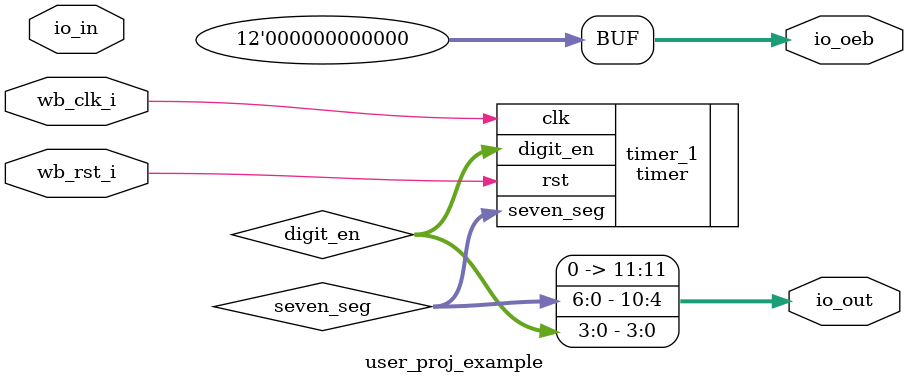
<source format=v>

`default_nettype none
/*
 *-------------------------------------------------------------
 *
 * user_proj_example
 *
 * This is an example of a (trivially simple) user project,
 * showing how the user project can connect to the logic
 * analyzer, the wishbone bus, and the I/O pads.
 *
 * This project generates an integer count, which is output
 * on the user area GPIO pads (digital output only).  The
 * wishbone connection allows the project to be controlled
 * (start and stop) from the management SoC program.
 *
 * See the testbenches in directory "mprj_counter" for the
 * example programs that drive this user project.  The three
 * testbenches are "io_ports", "la_test1", and "la_test2".
 *
 *-------------------------------------------------------------
 */

module user_proj_example #(
    parameter BITS = 12 // changing from 16 
) (
`ifdef USE_POWER_PINS
    inout vdd,	// User area 1 1.8V supply
    inout vss,	// User area 1 digital ground
`endif

    // Wishbone Slave ports (WB MI A)
    input wb_clk_i,
    input wb_rst_i,

    // IOs
    input  [BITS-1:0] io_in,
    output [BITS-1:0] io_out,
    output [BITS-1:0] io_oeb,
);

// instantiating the timer module inside the user project example module
    wire [6:0] seven_seg;
    wire [3:0] digit_en;

    timer timer_1(
        .clk(wb_clk_i),
        .rst(wb_rst_i),
        .seven_seg(seven_seg),
        .digit_en(digit_en)
    );
    
    assign io_out = {seven_seg,digit_en};
    assign io_oeb = 12'd0;
    
endmodule


`default_nettype wire

</source>
